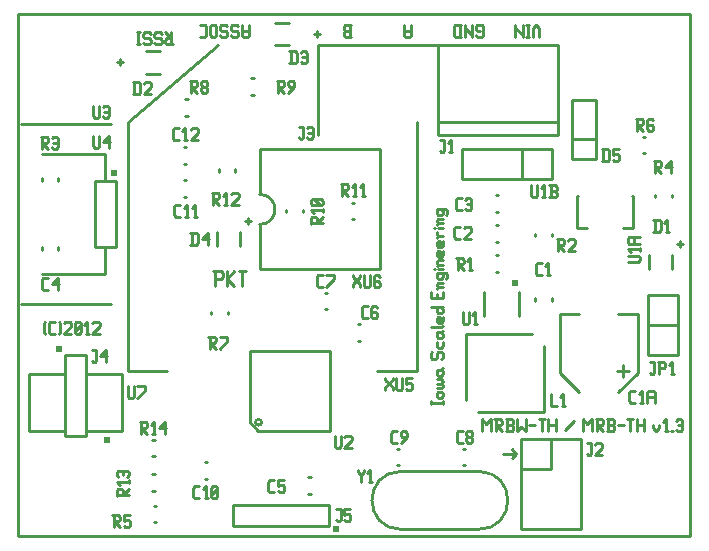
<source format=gbr>
G04 start of page 7 for group -4079 idx -4079 *
G04 Title: (unknown), topsilk *
G04 Creator: pcb 20110918 *
G04 CreationDate: Thu 28 Mar 2013 11:33:22 PM GMT UTC *
G04 For: railfan *
G04 Format: Gerber/RS-274X *
G04 PCB-Dimensions: 225000 175000 *
G04 PCB-Coordinate-Origin: lower left *
%MOIN*%
%FSLAX25Y25*%
%LNTOPSILK*%
%ADD104C,0.0100*%
%ADD103C,0.0001*%
G54D103*G36*
X29000Y33500D02*X31000D01*
Y31500D01*
X29000D01*
Y33500D01*
G37*
G36*
X31500Y122500D02*X33500D01*
Y120500D01*
X31500D01*
Y122500D01*
G37*
G36*
X13000Y64000D02*X15000D01*
Y62000D01*
X13000D01*
Y64000D01*
G37*
G36*
X105500Y4000D02*X107500D01*
Y2000D01*
X105500D01*
Y4000D01*
G37*
G36*
X165000Y86000D02*X167000D01*
Y84000D01*
X165000D01*
Y86000D01*
G37*
G54D104*X500Y174500D02*X224500D01*
X100000Y169000D02*Y167000D01*
X99000Y168000D02*X101000D01*
X224500Y500D02*X500D01*
X72000Y11000D02*X104000D01*
Y4000D01*
X72000D01*
Y11000D01*
X500Y500D02*Y174500D01*
X16000Y61000D02*Y34000D01*
X34500Y159500D02*Y157500D01*
X33500Y158500D02*X35500D01*
X77000Y106500D02*Y104500D01*
X33000Y119000D02*X26000D01*
X29500Y128000D02*Y119000D01*
X76000Y105500D02*X78000D01*
X166500Y28000D02*X165000Y29500D01*
X26000Y119000D02*Y97000D01*
X33000D01*
Y119000D01*
X29500Y88000D02*Y97000D01*
X16000Y34000D02*X23000D01*
Y61000D01*
X16000D01*
X224500Y174500D02*Y500D01*
X221000Y99000D02*Y97000D01*
X220000Y98000D02*X222000D01*
X166500Y28000D02*X165000Y26500D01*
X166500Y28000D02*X162000D01*
X131500Y171000D02*Y167500D01*
X131000Y167000D01*
X129500D02*X131000D01*
X129500D02*X129000Y167500D01*
Y171000D02*Y167500D01*
Y169000D02*X131500D01*
X109500Y171000D02*X111500D01*
X109500D02*X109000Y170500D01*
Y169500D01*
X109500Y169000D02*X109000Y169500D01*
X109500Y169000D02*X111000D01*
Y171000D02*Y167000D01*
X109500D02*X111500D01*
X109500D02*X109000Y167500D01*
Y168500D02*Y167500D01*
X109500Y169000D02*X109000Y168500D01*
X174000Y170000D02*Y167000D01*
Y170000D02*X173000Y171000D01*
X172000Y170000D01*
Y167000D01*
X169800D02*X170800D01*
X170300Y171000D02*Y167000D01*
X169800Y171000D02*X170800D01*
X168600D02*Y167000D01*
Y167500D02*Y167000D01*
Y167500D02*X166100Y170000D01*
Y171000D02*Y167000D01*
X153500D02*X153000Y167500D01*
X153500Y167000D02*X155000D01*
X155500Y167500D02*X155000Y167000D01*
X155500Y170500D02*Y167500D01*
Y170500D02*X155000Y171000D01*
X153500D02*X155000D01*
X153500D02*X153000Y170500D01*
Y169500D01*
X153500Y169000D02*X153000Y169500D01*
X153500Y169000D02*X154500D01*
X151800Y171000D02*Y167000D01*
Y167500D02*Y167000D01*
Y167500D02*X149300Y170000D01*
Y171000D02*Y167000D01*
X147600Y171000D02*Y167000D01*
X146100D02*X145600Y167500D01*
Y170500D02*Y167500D01*
X146100Y171000D02*X145600Y170500D01*
X146100Y171000D02*X148100D01*
X146100Y167000D02*X148100D01*
X9000Y68500D02*X9500Y68000D01*
X9000Y71500D02*X9500Y72000D01*
X9000Y71500D02*Y68500D01*
X11200Y68000D02*X12700D01*
X10700Y68500D02*X11200Y68000D01*
X10700Y71500D02*Y68500D01*
Y71500D02*X11200Y72000D01*
X12700D01*
X13900D02*X14400Y71500D01*
Y68500D01*
X13900Y68000D02*X14400Y68500D01*
X15600Y71500D02*X16100Y72000D01*
X17600D01*
X18100Y71500D01*
Y70500D01*
X15600Y68000D02*X18100Y70500D01*
X15600Y68000D02*X18100D01*
X19300Y68500D02*X19800Y68000D01*
X19300Y71500D02*Y68500D01*
Y71500D02*X19800Y72000D01*
X20800D01*
X21300Y71500D01*
Y68500D01*
X20800Y68000D02*X21300Y68500D01*
X19800Y68000D02*X20800D01*
X19300Y69000D02*X21300Y71000D01*
X23000Y68000D02*X24000D01*
X23500Y72000D02*Y68000D01*
X22500Y71000D02*X23500Y72000D01*
X25200Y71500D02*X25700Y72000D01*
X27200D01*
X27700Y71500D01*
Y70500D01*
X25200Y68000D02*X27700Y70500D01*
X25200Y68000D02*X27700D01*
X50000Y164500D02*X52000D01*
X50000D02*X49500Y165000D01*
Y166000D02*Y165000D01*
X50000Y166500D02*X49500Y166000D01*
X50000Y166500D02*X51500D01*
Y168500D02*Y164500D01*
Y166500D02*X49500Y168500D01*
X46300Y164500D02*X45800Y165000D01*
X46300Y164500D02*X47800D01*
X48300Y165000D02*X47800Y164500D01*
X48300Y166000D02*Y165000D01*
Y166000D02*X47800Y166500D01*
X46300D02*X47800D01*
X46300D02*X45800Y167000D01*
Y168000D02*Y167000D01*
X46300Y168500D02*X45800Y168000D01*
X46300Y168500D02*X47800D01*
X48300Y168000D02*X47800Y168500D01*
X42600Y164500D02*X42100Y165000D01*
X42600Y164500D02*X44100D01*
X44600Y165000D02*X44100Y164500D01*
X44600Y166000D02*Y165000D01*
Y166000D02*X44100Y166500D01*
X42600D02*X44100D01*
X42600D02*X42100Y167000D01*
Y168000D02*Y167000D01*
X42600Y168500D02*X42100Y168000D01*
X42600Y168500D02*X44100D01*
X44600Y168000D02*X44100Y168500D01*
X39900Y164500D02*X40900D01*
X40400Y168500D02*Y164500D01*
X39900Y168500D02*X40900D01*
X66110Y88866D02*Y83986D01*
X65500Y88866D02*X67940D01*
X68550Y88256D01*
Y87036D01*
X67940Y86426D02*X68550Y87036D01*
X66110Y86426D02*X67940D01*
X70014Y88866D02*Y83986D01*
Y86426D02*X72454Y88866D01*
X70014Y86426D02*X72454Y83986D01*
X73918Y88866D02*X76358D01*
X75138D02*Y83986D01*
X77500Y171000D02*Y167500D01*
X77000Y167000D01*
X75500D02*X77000D01*
X75500D02*X75000Y167500D01*
Y171000D02*Y167500D01*
Y169000D02*X77500D01*
X71800Y167000D02*X71300Y167500D01*
X71800Y167000D02*X73300D01*
X73800Y167500D02*X73300Y167000D01*
X73800Y168500D02*Y167500D01*
Y168500D02*X73300Y169000D01*
X71800D02*X73300D01*
X71800D02*X71300Y169500D01*
Y170500D02*Y169500D01*
X71800Y171000D02*X71300Y170500D01*
X71800Y171000D02*X73300D01*
X73800Y170500D02*X73300Y171000D01*
X68100Y167000D02*X67600Y167500D01*
X68100Y167000D02*X69600D01*
X70100Y167500D02*X69600Y167000D01*
X70100Y168500D02*Y167500D01*
Y168500D02*X69600Y169000D01*
X68100D02*X69600D01*
X68100D02*X67600Y169500D01*
Y170500D02*Y169500D01*
X68100Y171000D02*X67600Y170500D01*
X68100Y171000D02*X69600D01*
X70100Y170500D02*X69600Y171000D01*
X66400Y170500D02*Y167500D01*
X65900Y167000D01*
X64900D02*X65900D01*
X64900D02*X64400Y167500D01*
Y170500D02*Y167500D01*
X64900Y171000D02*X64400Y170500D01*
X64900Y171000D02*X65900D01*
X66400Y170500D02*X65900Y171000D01*
X61200D02*X62700D01*
X63200Y170500D02*X62700Y171000D01*
X63200Y170500D02*Y167500D01*
X62700Y167000D01*
X61200D02*X62700D01*
X138000Y45500D02*Y44500D01*
Y45000D02*X142000D01*
Y45500D02*Y44500D01*
X140500Y46700D02*X141500D01*
X140500D02*X140000Y47200D01*
Y48200D02*Y47200D01*
Y48200D02*X140500Y48700D01*
X141500D01*
X142000Y48200D02*X141500Y48700D01*
X142000Y48200D02*Y47200D01*
X141500Y46700D02*X142000Y47200D01*
X140000Y49900D02*X141500D01*
X142000Y50400D01*
Y50900D02*Y50400D01*
Y50900D02*X141500Y51400D01*
X140000D02*X141500D01*
X142000Y51900D01*
Y52400D02*Y51900D01*
Y52400D02*X141500Y52900D01*
X140000D02*X141500D01*
X140000Y55600D02*X140500Y56100D01*
X140000Y55600D02*Y54600D01*
X140500Y54100D02*X140000Y54600D01*
X140500Y54100D02*X141500D01*
X142000Y54600D01*
X140000Y56100D02*X141500D01*
X142000Y56600D01*
Y55600D02*Y54600D01*
Y55600D02*X141500Y56100D01*
X138000Y61600D02*X138500Y62100D01*
X138000Y61600D02*Y60100D01*
X138500Y59600D02*X138000Y60100D01*
X138500Y59600D02*X139500D01*
X140000Y60100D01*
Y61600D02*Y60100D01*
Y61600D02*X140500Y62100D01*
X141500D01*
X142000Y61600D02*X141500Y62100D01*
X142000Y61600D02*Y60100D01*
X141500Y59600D02*X142000Y60100D01*
X140000Y65300D02*Y63800D01*
X140500Y63300D02*X140000Y63800D01*
X140500Y63300D02*X141500D01*
X142000Y63800D01*
Y65300D02*Y63800D01*
X140000Y68000D02*X140500Y68500D01*
X140000Y68000D02*Y67000D01*
X140500Y66500D02*X140000Y67000D01*
X140500Y66500D02*X141500D01*
X142000Y67000D01*
X140000Y68500D02*X141500D01*
X142000Y69000D01*
Y68000D02*Y67000D01*
Y68000D02*X141500Y68500D01*
X138000Y70200D02*X141500D01*
X142000Y70700D01*
Y73700D02*Y72200D01*
X141500Y71700D02*X142000Y72200D01*
X140500Y71700D02*X141500D01*
X140500D02*X140000Y72200D01*
Y73200D02*Y72200D01*
Y73200D02*X140500Y73700D01*
X141000D02*Y71700D01*
X140500Y73700D02*X141000D01*
X138000Y76900D02*X142000D01*
Y76400D02*X141500Y76900D01*
X142000Y76400D02*Y75400D01*
X141500Y74900D02*X142000Y75400D01*
X140500Y74900D02*X141500D01*
X140500D02*X140000Y75400D01*
Y76400D02*Y75400D01*
Y76400D02*X140500Y76900D01*
X140000Y81400D02*Y79900D01*
X142000Y81900D02*Y79900D01*
X138000D02*X142000D01*
X138000Y81900D02*Y79900D01*
X140500Y83600D02*X142000D01*
X140500D02*X140000Y84100D01*
Y84600D02*Y84100D01*
Y84600D02*X140500Y85100D01*
X142000D01*
X140000Y83100D02*X140500Y83600D01*
X140000Y87800D02*X140500Y88300D01*
X140000Y87800D02*Y86800D01*
X140500Y86300D02*X140000Y86800D01*
X140500Y86300D02*X141500D01*
X142000Y86800D01*
Y87800D02*Y86800D01*
Y87800D02*X141500Y88300D01*
X143000Y86300D02*X143500Y86800D01*
Y87800D02*Y86800D01*
Y87800D02*X143000Y88300D01*
X140000D02*X143000D01*
X139000Y89500D02*X139500D01*
X140500D02*X142000D01*
X140500Y91000D02*X142000D01*
X140500D02*X140000Y91500D01*
Y92000D02*Y91500D01*
Y92000D02*X140500Y92500D01*
X142000D01*
X140000Y90500D02*X140500Y91000D01*
X142000Y95700D02*Y94200D01*
X141500Y93700D02*X142000Y94200D01*
X140500Y93700D02*X141500D01*
X140500D02*X140000Y94200D01*
Y95200D02*Y94200D01*
Y95200D02*X140500Y95700D01*
X141000D02*Y93700D01*
X140500Y95700D02*X141000D01*
X142000Y98900D02*Y97400D01*
X141500Y96900D02*X142000Y97400D01*
X140500Y96900D02*X141500D01*
X140500D02*X140000Y97400D01*
Y98400D02*Y97400D01*
Y98400D02*X140500Y98900D01*
X141000D02*Y96900D01*
X140500Y98900D02*X141000D01*
X140500Y100600D02*X142000D01*
X140500D02*X140000Y101100D01*
Y102100D02*Y101100D01*
Y100100D02*X140500Y100600D01*
X139000Y103300D02*X139500D01*
X140500D02*X142000D01*
X140500Y104800D02*X142000D01*
X140500D02*X140000Y105300D01*
Y105800D02*Y105300D01*
Y105800D02*X140500Y106300D01*
X142000D01*
X140000Y104300D02*X140500Y104800D01*
X140000Y109000D02*X140500Y109500D01*
X140000Y109000D02*Y108000D01*
X140500Y107500D02*X140000Y108000D01*
X140500Y107500D02*X141500D01*
X142000Y108000D01*
Y109000D02*Y108000D01*
Y109000D02*X141500Y109500D01*
X143000Y107500D02*X143500Y108000D01*
Y109000D02*Y108000D01*
Y109000D02*X143000Y109500D01*
X140000D02*X143000D01*
X155000Y39500D02*Y35500D01*
Y39500D02*X156500Y38000D01*
X158000Y39500D01*
Y35500D01*
X159200Y39500D02*X161200D01*
X161700Y39000D01*
Y38000D01*
X161200Y37500D02*X161700Y38000D01*
X159700Y37500D02*X161200D01*
X159700Y39500D02*Y35500D01*
Y37500D02*X161700Y35500D01*
X162900D02*X164900D01*
X165400Y36000D01*
Y37000D02*Y36000D01*
X164900Y37500D02*X165400Y37000D01*
X163400Y37500D02*X164900D01*
X163400Y39500D02*Y35500D01*
X162900Y39500D02*X164900D01*
X165400Y39000D01*
Y38000D01*
X164900Y37500D02*X165400Y38000D01*
X166600Y39500D02*Y35500D01*
X168100Y37000D01*
X169600Y35500D01*
Y39500D02*Y35500D01*
X170800Y37500D02*X172800D01*
X174000Y39500D02*X176000D01*
X175000D02*Y35500D01*
X177200Y39500D02*Y35500D01*
X179700Y39500D02*Y35500D01*
X177200Y37500D02*X179700D01*
X182700Y36000D02*X185700Y39000D01*
X188700Y39500D02*Y35500D01*
Y39500D02*X190200Y38000D01*
X191700Y39500D01*
Y35500D01*
X192900Y39500D02*X194900D01*
X195400Y39000D01*
Y38000D01*
X194900Y37500D02*X195400Y38000D01*
X193400Y37500D02*X194900D01*
X193400Y39500D02*Y35500D01*
Y37500D02*X195400Y35500D01*
X196600D02*X198600D01*
X199100Y36000D01*
Y37000D02*Y36000D01*
X198600Y37500D02*X199100Y37000D01*
X197100Y37500D02*X198600D01*
X197100Y39500D02*Y35500D01*
X196600Y39500D02*X198600D01*
X199100Y39000D01*
Y38000D01*
X198600Y37500D02*X199100Y38000D01*
X200300Y37500D02*X202300D01*
X203500Y39500D02*X205500D01*
X204500D02*Y35500D01*
X206700Y39500D02*Y35500D01*
X209200Y39500D02*Y35500D01*
X206700Y37500D02*X209200D01*
X212200D02*Y36500D01*
X213200Y35500D01*
X214200Y36500D01*
Y37500D02*Y36500D01*
X215900Y35500D02*X216900D01*
X216400Y39500D02*Y35500D01*
X215400Y38500D02*X216400Y39500D01*
X218100Y35500D02*X218600D01*
X219800Y39000D02*X220300Y39500D01*
X221300D01*
X221800Y39000D01*
Y36000D01*
X221300Y35500D02*X221800Y36000D01*
X220300Y35500D02*X221300D01*
X219800Y36000D02*X220300Y35500D01*
Y37500D02*X221800D01*
X62607Y19745D02*X63393D01*
X62607Y25255D02*X63393D01*
X45607Y10755D02*X46393D01*
X45607Y5245D02*X46393D01*
X45107Y32755D02*X45893D01*
X45107Y27245D02*X45893D01*
X45107Y21255D02*X45893D01*
X45107Y15745D02*X45893D01*
X4000Y35500D02*X16000D01*
X23000D02*X35000D01*
X4000Y54500D02*Y35500D01*
Y54500D02*X16000D01*
X23000D02*X35000D01*
Y35500D01*
X1500Y138000D02*X31500D01*
X1500Y78000D02*X31500D01*
X13755Y119850D02*Y119064D01*
X8245Y119850D02*Y119064D01*
Y96893D02*Y96107D01*
X13755Y96893D02*Y96107D01*
X29500Y88000D02*X8500D01*
X29500Y128000D02*X8500D01*
X175543Y64000D02*Y42000D01*
X153543D02*X175543D01*
X149543Y68000D02*Y46000D01*
Y68000D02*X171543D01*
X126564Y24245D02*X127350D01*
X126564Y29755D02*X127350D01*
X148607D02*X149393D01*
X148607Y24245D02*X149393D01*
X128008Y2854D02*X153992D01*
X128008Y22146D02*X153992D01*
X128008D02*G75*G03X128008Y2854I0J-9646D01*G01*
X153992D02*G75*G03X153992Y22146I0J9646D01*G01*
X178000Y33000D02*Y23000D01*
X168000D02*X178000D01*
X168000Y33000D02*X188000D01*
Y3000D01*
X168000D02*X188000D01*
X168000Y33000D02*Y3000D01*
X111607Y106245D02*X112393D01*
X111607Y111755D02*X112393D01*
X81000Y129500D02*Y114500D01*
Y104500D02*Y89500D01*
Y129500D02*X121000D01*
Y89500D01*
X81000D02*X121000D01*
X81000Y104500D02*G75*G03X81000Y114500I0J5000D01*G01*
X80521Y35621D02*X77621Y38521D01*
X80521Y35621D02*X104379D01*
Y62379D02*Y35621D01*
X77621Y62379D02*X104379D01*
X77621D02*Y38521D01*
X80521Y37521D02*G75*G03X80521Y37521I0J1000D01*G01*
X102607Y76245D02*X103393D01*
X102607Y81755D02*X103393D01*
X113607Y65745D02*X114393D01*
X113607Y71255D02*X114393D01*
X97107Y20255D02*X97893D01*
X97107Y14745D02*X97893D01*
X172788Y79893D02*Y79107D01*
X178298Y79893D02*Y79107D01*
X167441Y81937D02*Y74063D01*
X155629Y81937D02*Y74063D01*
X172788Y101393D02*Y100607D01*
X178298Y101393D02*Y100607D01*
X168500Y119500D02*X178500D01*
X168500Y129500D02*Y119500D01*
X178500Y129500D02*Y119500D01*
X148500D02*X178500D01*
X148500Y129500D02*Y119500D01*
Y129500D02*X178500D01*
X140500Y164300D02*Y134300D01*
X180500Y164300D02*Y134300D01*
X140500Y138700D02*X180500D01*
X140500Y134300D02*X180500D01*
X140500Y164300D02*X180500D01*
X185000Y133000D02*X193000D01*
X185000Y145900D02*X193000D01*
X185000Y126200D02*X193000D01*
X185000Y145900D02*Y126200D01*
X193000Y145900D02*Y126200D01*
X220500Y71000D02*Y81000D01*
X210500Y71000D02*X220500D01*
Y81000D02*X210500D01*
X220500Y61000D02*Y81000D01*
X210500Y61000D02*X220500D01*
X210500Y81000D02*Y61000D01*
X218240Y94362D02*Y89638D01*
X210760Y94362D02*Y89638D01*
X202000Y57500D02*Y53500D01*
X200000Y55500D02*X204000D01*
X206992Y55004D02*X200496Y48508D01*
X181008Y55004D02*X187504Y48508D01*
X206992Y74492D02*Y55004D01*
X181008Y74492D02*Y55004D01*
Y74492D02*X187504D01*
X200496D02*X206992D01*
X159650Y114255D02*X160436D01*
X159650Y108745D02*X160436D01*
X159607Y104255D02*X160393D01*
X159607Y98745D02*X160393D01*
X159650Y88745D02*X160436D01*
X159650Y94255D02*X160436D01*
X100500Y164300D02*X140500D01*
Y134300D01*
X100500Y164300D02*Y134300D01*
X218255Y114393D02*Y113607D01*
X212745Y114393D02*Y113607D01*
X186750Y113901D02*X186929D01*
X205071D02*X205250D01*
X186750Y103271D02*X190000D01*
X202000D02*X205250D01*
X186750Y113901D02*Y103271D01*
X205250Y113901D02*Y103271D01*
X208607Y133755D02*X209393D01*
X208607Y128245D02*X209393D01*
X70298Y75393D02*Y74607D01*
X64788Y75393D02*Y74607D01*
X66760Y101862D02*Y97138D01*
X74240Y101862D02*Y97138D01*
X56107Y140745D02*X56893D01*
X56107Y146255D02*X56893D01*
X72755Y122893D02*Y122107D01*
X67245Y122893D02*Y122107D01*
X86138Y171740D02*X90862D01*
X86138Y164260D02*X90862D01*
X43138Y154760D02*X47862D01*
X43138Y162240D02*X47862D01*
X55564Y130255D02*X56350D01*
X55564Y124745D02*X56350D01*
X78107Y153255D02*X78893D01*
X78107Y147745D02*X78893D01*
X55564Y119255D02*X56350D01*
X55564Y113745D02*X56350D01*
X95255Y109350D02*Y108564D01*
X89745Y109350D02*Y108564D01*
X36886Y138457D02*Y55465D01*
X133500Y138457D02*Y55465D01*
X36886D02*X50193D01*
X120193D02*X133500D01*
X36886Y138457D02*X67083Y164166D01*
X63850Y67107D02*X65850D01*
X66350Y66607D01*
Y65607D01*
X65850Y65107D02*X66350Y65607D01*
X64350Y65107D02*X65850D01*
X64350Y67107D02*Y63107D01*
Y65107D02*X66350Y63107D01*
X67550D02*X70050Y65607D01*
Y67107D02*Y65607D01*
X67550Y67107D02*X70050D01*
X8850Y82650D02*X10350D01*
X8350Y83150D02*X8850Y82650D01*
X8350Y86150D02*Y83150D01*
Y86150D02*X8850Y86650D01*
X10350D01*
X11550Y84650D02*X13550Y86650D01*
X11550Y84650D02*X14050D01*
X13550Y86650D02*Y82650D01*
X58350Y101650D02*Y97650D01*
X59850Y101650D02*X60350Y101150D01*
Y98150D01*
X59850Y97650D02*X60350Y98150D01*
X57850Y97650D02*X59850D01*
X57850Y101650D02*X59850D01*
X61550Y99650D02*X63550Y101650D01*
X61550Y99650D02*X64050D01*
X63550Y101650D02*Y97650D01*
X25000Y62500D02*X26500D01*
Y59000D01*
X26000Y58500D02*X26500Y59000D01*
X25500Y58500D02*X26000D01*
X25000Y59000D02*X25500Y58500D01*
X27700Y60500D02*X29700Y62500D01*
X27700Y60500D02*X30200D01*
X29700Y62500D02*Y58500D01*
X31850Y7564D02*X33850D01*
X34350Y7064D01*
Y6064D01*
X33850Y5564D02*X34350Y6064D01*
X32350Y5564D02*X33850D01*
X32350Y7564D02*Y3564D01*
Y5564D02*X34350Y3564D01*
X35550Y7564D02*X37550D01*
X35550D02*Y5564D01*
X36050Y6064D01*
X37050D01*
X37550Y5564D01*
Y4064D01*
X37050Y3564D02*X37550Y4064D01*
X36050Y3564D02*X37050D01*
X35550Y4064D02*X36050Y3564D01*
X33350Y15936D02*Y13936D01*
Y15936D02*X33850Y16436D01*
X34850D01*
X35350Y15936D02*X34850Y16436D01*
X35350Y15936D02*Y14436D01*
X33350D02*X37350D01*
X35350D02*X37350Y16436D01*
Y19136D02*Y18136D01*
X33350Y18636D02*X37350D01*
X34350Y17636D02*X33350Y18636D01*
X33850Y20336D02*X33350Y20836D01*
Y21836D02*Y20836D01*
Y21836D02*X33850Y22336D01*
X36850D01*
X37350Y21836D02*X36850Y22336D01*
X37350Y21836D02*Y20836D01*
X36850Y20336D02*X37350Y20836D01*
X35350Y22336D02*Y20836D01*
X59350Y13150D02*X60850D01*
X58850Y13650D02*X59350Y13150D01*
X58850Y16650D02*Y13650D01*
Y16650D02*X59350Y17150D01*
X60850D01*
X62550Y13150D02*X63550D01*
X63050Y17150D02*Y13150D01*
X62050Y16150D02*X63050Y17150D01*
X64750Y13650D02*X65250Y13150D01*
X64750Y16650D02*Y13650D01*
Y16650D02*X65250Y17150D01*
X66250D01*
X66750Y16650D01*
Y13650D01*
X66250Y13150D02*X66750Y13650D01*
X65250Y13150D02*X66250D01*
X64750Y14150D02*X66750Y16150D01*
X84350Y15150D02*X85850D01*
X83850Y15650D02*X84350Y15150D01*
X83850Y18650D02*Y15650D01*
Y18650D02*X84350Y19150D01*
X85850D01*
X87050D02*X89050D01*
X87050D02*Y17150D01*
X87550Y17650D01*
X88550D01*
X89050Y17150D01*
Y15650D01*
X88550Y15150D02*X89050Y15650D01*
X87550Y15150D02*X88550D01*
X87050Y15650D02*X87550Y15150D01*
X37000Y50500D02*Y47000D01*
X37500Y46500D01*
X38500D01*
X39000Y47000D01*
Y50500D02*Y47000D01*
X40200Y46500D02*X42700Y49000D01*
Y50500D02*Y49000D01*
X40200Y50500D02*X42700D01*
X40893Y38650D02*X42893D01*
X43393Y38150D01*
Y37150D01*
X42893Y36650D02*X43393Y37150D01*
X41393Y36650D02*X42893D01*
X41393Y38650D02*Y34650D01*
Y36650D02*X43393Y34650D01*
X45093D02*X46093D01*
X45593Y38650D02*Y34650D01*
X44593Y37650D02*X45593Y38650D01*
X47293Y36650D02*X49293Y38650D01*
X47293Y36650D02*X49793D01*
X49293Y38650D02*Y34650D01*
X178000Y48043D02*Y44043D01*
X180000D01*
X181700D02*X182700D01*
X182200Y48043D02*Y44043D01*
X181200Y47043D02*X182200Y48043D01*
X125264Y31607D02*X126764D01*
X124764Y32107D02*X125264Y31607D01*
X124764Y35107D02*Y32107D01*
Y35107D02*X125264Y35607D01*
X126764D01*
X127964Y31607D02*X129964Y33607D01*
Y35107D02*Y33607D01*
X129464Y35607D02*X129964Y35107D01*
X128464Y35607D02*X129464D01*
X127964Y35107D02*X128464Y35607D01*
X127964Y35107D02*Y34107D01*
X128464Y33607D01*
X129964D01*
X147065Y31693D02*X148565D01*
X146565Y32193D02*X147065Y31693D01*
X146565Y35193D02*Y32193D01*
Y35193D02*X147065Y35693D01*
X148565D01*
X149765Y32193D02*X150265Y31693D01*
X149765Y33193D02*Y32193D01*
Y33193D02*X150265Y33693D01*
X151265D01*
X151765Y33193D01*
Y32193D01*
X151265Y31693D02*X151765Y32193D01*
X150265Y31693D02*X151265D01*
X149765Y34193D02*X150265Y33693D01*
X149765Y35193D02*Y34193D01*
Y35193D02*X150265Y35693D01*
X151265D01*
X151765Y35193D01*
Y34193D01*
X151265Y33693D02*X151765Y34193D01*
X122752Y53193D02*Y52693D01*
X125252Y50193D01*
Y49193D01*
X122752Y50193D02*Y49193D01*
Y50193D02*X125252Y52693D01*
Y53193D02*Y52693D01*
X126452Y53193D02*Y49693D01*
X126952Y49193D01*
X127952D01*
X128452Y49693D01*
Y53193D02*Y49693D01*
X129652Y53193D02*X131652D01*
X129652D02*Y51193D01*
X130152Y51693D01*
X131152D01*
X131652Y51193D01*
Y49693D01*
X131152Y49193D02*X131652Y49693D01*
X130152Y49193D02*X131152D01*
X129652Y49693D02*X130152Y49193D01*
X190000Y31500D02*X191500D01*
Y28000D01*
X191000Y27500D02*X191500Y28000D01*
X190500Y27500D02*X191000D01*
X190000Y28000D02*X190500Y27500D01*
X192700Y31000D02*X193200Y31500D01*
X194700D01*
X195200Y31000D01*
Y30000D01*
X192700Y27500D02*X195200Y30000D01*
X192700Y27500D02*X195200D01*
X204657Y45000D02*X206157D01*
X204157Y45500D02*X204657Y45000D01*
X204157Y48500D02*Y45500D01*
Y48500D02*X204657Y49000D01*
X206157D01*
X207857Y45000D02*X208857D01*
X208357Y49000D02*Y45000D01*
X207357Y48000D02*X208357Y49000D01*
X210057Y48500D02*Y45000D01*
Y48500D02*X210557Y49000D01*
X212057D01*
X212557Y48500D01*
Y45000D01*
X210057Y47000D02*X212557D01*
X112000Y87500D02*Y87000D01*
X114500Y84500D01*
Y83500D01*
X112000Y84500D02*Y83500D01*
Y84500D02*X114500Y87000D01*
Y87500D02*Y87000D01*
X115700Y87500D02*Y84000D01*
X116200Y83500D01*
X117200D01*
X117700Y84000D01*
Y87500D02*Y84000D01*
X120400Y87500D02*X120900Y87000D01*
X119400Y87500D02*X120400D01*
X118900Y87000D02*X119400Y87500D01*
X118900Y87000D02*Y84000D01*
X119400Y83500D01*
X120400Y85500D02*X120900Y85000D01*
X118900Y85500D02*X120400D01*
X119400Y83500D02*X120400D01*
X120900Y84000D01*
Y85000D02*Y84000D01*
X106000Y34000D02*Y30500D01*
X106500Y30000D01*
X107500D01*
X108000Y30500D01*
Y34000D02*Y30500D01*
X109200Y33500D02*X109700Y34000D01*
X111200D01*
X111700Y33500D01*
Y32500D01*
X109200Y30000D02*X111700Y32500D01*
X109200Y30000D02*X111700D01*
X113657Y22500D02*Y22000D01*
X114657Y21000D01*
X115657Y22000D01*
Y22500D02*Y22000D01*
X114657Y21000D02*Y18500D01*
X117357D02*X118357D01*
X117857Y22500D02*Y18500D01*
X116857Y21500D02*X117857Y22500D01*
X115436Y73150D02*X116936D01*
X114936Y73650D02*X115436Y73150D01*
X114936Y76650D02*Y73650D01*
Y76650D02*X115436Y77150D01*
X116936D01*
X119636D02*X120136Y76650D01*
X118636Y77150D02*X119636D01*
X118136Y76650D02*X118636Y77150D01*
X118136Y76650D02*Y73650D01*
X118636Y73150D01*
X119636Y75150D02*X120136Y74650D01*
X118136Y75150D02*X119636D01*
X118636Y73150D02*X119636D01*
X120136Y73650D01*
Y74650D02*Y73650D01*
X148611Y75220D02*Y71720D01*
X149111Y71220D01*
X150111D01*
X150611Y71720D01*
Y75220D02*Y71720D01*
X152311Y71220D02*X153311D01*
X152811Y75220D02*Y71220D01*
X151811Y74220D02*X152811Y75220D01*
X100479Y83650D02*X101979D01*
X99979Y84150D02*X100479Y83650D01*
X99979Y87150D02*Y84150D01*
Y87150D02*X100479Y87650D01*
X101979D01*
X103179Y83650D02*X105679Y86150D01*
Y87650D02*Y86150D01*
X103179Y87650D02*X105679D01*
X106500Y9500D02*X108000D01*
Y6000D01*
X107500Y5500D02*X108000Y6000D01*
X107000Y5500D02*X107500D01*
X106500Y6000D02*X107000Y5500D01*
X109200Y9500D02*X111200D01*
X109200D02*Y7500D01*
X109700Y8000D01*
X110700D01*
X111200Y7500D01*
Y6000D01*
X110700Y5500D02*X111200Y6000D01*
X109700Y5500D02*X110700D01*
X109200Y6000D02*X109700Y5500D01*
X171500Y117500D02*Y114000D01*
X172000Y113500D01*
X173000D01*
X173500Y114000D01*
Y117500D02*Y114000D01*
X175200Y113500D02*X176200D01*
X175700Y117500D02*Y113500D01*
X174700Y116500D02*X175700Y117500D01*
X177400Y113500D02*X179400D01*
X179900Y114000D01*
Y115000D02*Y114000D01*
X179400Y115500D02*X179900Y115000D01*
X177900Y115500D02*X179400D01*
X177900Y117500D02*Y113500D01*
X177400Y117500D02*X179400D01*
X179900Y117000D01*
Y116000D01*
X179400Y115500D02*X179900Y116000D01*
X195500Y129500D02*Y125500D01*
X197000Y129500D02*X197500Y129000D01*
Y126000D01*
X197000Y125500D02*X197500Y126000D01*
X195000Y125500D02*X197000D01*
X195000Y129500D02*X197000D01*
X198700D02*X200700D01*
X198700D02*Y127500D01*
X199200Y128000D01*
X200200D01*
X200700Y127500D01*
Y126000D01*
X200200Y125500D02*X200700Y126000D01*
X199200Y125500D02*X200200D01*
X198700Y126000D02*X199200Y125500D01*
X108000Y118000D02*X110000D01*
X110500Y117500D01*
Y116500D01*
X110000Y116000D02*X110500Y116500D01*
X108500Y116000D02*X110000D01*
X108500Y118000D02*Y114000D01*
Y116000D02*X110500Y114000D01*
X112200D02*X113200D01*
X112700Y118000D02*Y114000D01*
X111700Y117000D02*X112700Y118000D01*
X114900Y114000D02*X115900D01*
X115400Y118000D02*Y114000D01*
X114400Y117000D02*X115400Y118000D01*
X141000Y132500D02*X142500D01*
Y129000D01*
X142000Y128500D02*X142500Y129000D01*
X141500Y128500D02*X142000D01*
X141000Y129000D02*X141500Y128500D01*
X144200D02*X145200D01*
X144700Y132500D02*Y128500D01*
X143700Y131500D02*X144700Y132500D01*
X211000Y58500D02*X212500D01*
Y55000D01*
X212000Y54500D02*X212500Y55000D01*
X211500Y54500D02*X212000D01*
X211000Y55000D02*X211500Y54500D01*
X214200Y58500D02*Y54500D01*
X213700Y58500D02*X215700D01*
X216200Y58000D01*
Y57000D01*
X215700Y56500D02*X216200Y57000D01*
X214200Y56500D02*X215700D01*
X217900Y54500D02*X218900D01*
X218400Y58500D02*Y54500D01*
X217400Y57500D02*X218400Y58500D01*
X212565Y106055D02*Y102055D01*
X214065Y106055D02*X214565Y105555D01*
Y102555D01*
X214065Y102055D02*X214565Y102555D01*
X212065Y102055D02*X214065D01*
X212065Y106055D02*X214065D01*
X216265Y102055D02*X217265D01*
X216765Y106055D02*Y102055D01*
X215765Y105055D02*X216765Y106055D01*
X212255Y125607D02*X214255D01*
X214755Y125107D01*
Y124107D01*
X214255Y123607D02*X214755Y124107D01*
X212755Y123607D02*X214255D01*
X212755Y125607D02*Y121607D01*
Y123607D02*X214755Y121607D01*
X215955Y123607D02*X217955Y125607D01*
X215955Y123607D02*X218455D01*
X217955Y125607D02*Y121607D01*
X203558Y92010D02*X207058D01*
X207558Y92510D01*
Y93510D02*Y92510D01*
Y93510D02*X207058Y94010D01*
X203558D02*X207058D01*
X207558Y96710D02*Y95710D01*
X203558Y96210D02*X207558D01*
X204558Y95210D02*X203558Y96210D01*
X204058Y97910D02*X207558D01*
X204058D02*X203558Y98410D01*
Y99910D02*Y98410D01*
Y99910D02*X204058Y100410D01*
X207558D01*
X205558D02*Y97910D01*
X206350Y139650D02*X208350D01*
X208850Y139150D01*
Y138150D01*
X208350Y137650D02*X208850Y138150D01*
X206850Y137650D02*X208350D01*
X206850Y139650D02*Y135650D01*
Y137650D02*X208850Y135650D01*
X211550Y139650D02*X212050Y139150D01*
X210550Y139650D02*X211550D01*
X210050Y139150D02*X210550Y139650D01*
X210050Y139150D02*Y136150D01*
X210550Y135650D01*
X211550Y137650D02*X212050Y137150D01*
X210050Y137650D02*X211550D01*
X210550Y135650D02*X211550D01*
X212050Y136150D01*
Y137150D02*Y136150D01*
X146807Y109193D02*X148307D01*
X146307Y109693D02*X146807Y109193D01*
X146307Y112693D02*Y109693D01*
Y112693D02*X146807Y113193D01*
X148307D01*
X149507Y112693D02*X150007Y113193D01*
X151007D01*
X151507Y112693D01*
Y109693D01*
X151007Y109193D02*X151507Y109693D01*
X150007Y109193D02*X151007D01*
X149507Y109693D02*X150007Y109193D01*
Y111193D02*X151507D01*
X146307Y99693D02*X147807D01*
X145807Y100193D02*X146307Y99693D01*
X145807Y103193D02*Y100193D01*
Y103193D02*X146307Y103693D01*
X147807D01*
X149007Y103193D02*X149507Y103693D01*
X151007D01*
X151507Y103193D01*
Y102193D01*
X149007Y99693D02*X151507Y102193D01*
X149007Y99693D02*X151507D01*
X146393Y93193D02*X148393D01*
X148893Y92693D01*
Y91693D01*
X148393Y91193D02*X148893Y91693D01*
X146893Y91193D02*X148393D01*
X146893Y93193D02*Y89193D01*
Y91193D02*X148893Y89193D01*
X150593D02*X151593D01*
X151093Y93193D02*Y89193D01*
X150093Y92193D02*X151093Y93193D01*
X173500Y87500D02*X175000D01*
X173000Y88000D02*X173500Y87500D01*
X173000Y91000D02*Y88000D01*
Y91000D02*X173500Y91500D01*
X175000D01*
X176700Y87500D02*X177700D01*
X177200Y91500D02*Y87500D01*
X176200Y90500D02*X177200Y91500D01*
X180000Y99500D02*X182000D01*
X182500Y99000D01*
Y98000D01*
X182000Y97500D02*X182500Y98000D01*
X180500Y97500D02*X182000D01*
X180500Y99500D02*Y95500D01*
Y97500D02*X182500Y95500D01*
X183700Y99000D02*X184200Y99500D01*
X185700D01*
X186200Y99000D01*
Y98000D01*
X183700Y95500D02*X186200Y98000D01*
X183700Y95500D02*X186200D01*
X25500Y144000D02*Y140500D01*
X26000Y140000D01*
X27000D01*
X27500Y140500D01*
Y144000D02*Y140500D01*
X28700Y143500D02*X29200Y144000D01*
X30200D01*
X30700Y143500D01*
Y140500D01*
X30200Y140000D02*X30700Y140500D01*
X29200Y140000D02*X30200D01*
X28700Y140500D02*X29200Y140000D01*
Y142000D02*X30700D01*
X7893Y133650D02*X9893D01*
X10393Y133150D01*
Y132150D01*
X9893Y131650D02*X10393Y132150D01*
X8393Y131650D02*X9893D01*
X8393Y133650D02*Y129650D01*
Y131650D02*X10393Y129650D01*
X11593Y133150D02*X12093Y133650D01*
X13093D01*
X13593Y133150D01*
Y130150D01*
X13093Y129650D02*X13593Y130150D01*
X12093Y129650D02*X13093D01*
X11593Y130150D02*X12093Y129650D01*
Y131650D02*X13593D01*
X25500Y134000D02*Y130500D01*
X26000Y130000D01*
X27000D01*
X27500Y130500D01*
Y134000D02*Y130500D01*
X28700Y132000D02*X30700Y134000D01*
X28700Y132000D02*X31200D01*
X30700Y134000D02*Y130000D01*
X39157Y151902D02*Y147902D01*
X40657Y151902D02*X41157Y151402D01*
Y148402D01*
X40657Y147902D02*X41157Y148402D01*
X38657Y147902D02*X40657D01*
X38657Y151902D02*X40657D01*
X42357Y151402D02*X42857Y151902D01*
X44357D01*
X44857Y151402D01*
Y150402D01*
X42357Y147902D02*X44857Y150402D01*
X42357Y147902D02*X44857D01*
X57700Y152402D02*X59700D01*
X60200Y151902D01*
Y150902D01*
X59700Y150402D02*X60200Y150902D01*
X58200Y150402D02*X59700D01*
X58200Y152402D02*Y148402D01*
Y150402D02*X60200Y148402D01*
X61400Y148902D02*X61900Y148402D01*
X61400Y149902D02*Y148902D01*
Y149902D02*X61900Y150402D01*
X62900D01*
X63400Y149902D01*
Y148902D01*
X62900Y148402D02*X63400Y148902D01*
X61900Y148402D02*X62900D01*
X61400Y150902D02*X61900Y150402D01*
X61400Y151902D02*Y150902D01*
Y151902D02*X61900Y152402D01*
X62900D01*
X63400Y151902D01*
Y150902D01*
X62900Y150402D02*X63400Y150902D01*
X53000Y107000D02*X54500D01*
X52500Y107500D02*X53000Y107000D01*
X52500Y110500D02*Y107500D01*
Y110500D02*X53000Y111000D01*
X54500D01*
X56200Y107000D02*X57200D01*
X56700Y111000D02*Y107000D01*
X55700Y110000D02*X56700Y111000D01*
X58900Y107000D02*X59900D01*
X59400Y111000D02*Y107000D01*
X58400Y110000D02*X59400Y111000D01*
X52500Y132500D02*X54000D01*
X52000Y133000D02*X52500Y132500D01*
X52000Y136000D02*Y133000D01*
Y136000D02*X52500Y136500D01*
X54000D01*
X55700Y132500D02*X56700D01*
X56200Y136500D02*Y132500D01*
X55200Y135500D02*X56200Y136500D01*
X57900Y136000D02*X58400Y136500D01*
X59900D01*
X60400Y136000D01*
Y135000D01*
X57900Y132500D02*X60400Y135000D01*
X57900Y132500D02*X60400D01*
X91350Y162150D02*Y158150D01*
X92850Y162150D02*X93350Y161650D01*
Y158650D01*
X92850Y158150D02*X93350Y158650D01*
X90850Y158150D02*X92850D01*
X90850Y162150D02*X92850D01*
X94550Y161650D02*X95050Y162150D01*
X96050D01*
X96550Y161650D01*
Y158650D01*
X96050Y158150D02*X96550Y158650D01*
X95050Y158150D02*X96050D01*
X94550Y158650D02*X95050Y158150D01*
Y160150D02*X96550D01*
X65000Y115000D02*X67000D01*
X67500Y114500D01*
Y113500D01*
X67000Y113000D02*X67500Y113500D01*
X65500Y113000D02*X67000D01*
X65500Y115000D02*Y111000D01*
Y113000D02*X67500Y111000D01*
X69200D02*X70200D01*
X69700Y115000D02*Y111000D01*
X68700Y114000D02*X69700Y115000D01*
X71400Y114500D02*X71900Y115000D01*
X73400D01*
X73900Y114500D01*
Y113500D01*
X71400Y111000D02*X73900Y113500D01*
X71400Y111000D02*X73900D01*
X98000Y106500D02*Y104500D01*
Y106500D02*X98500Y107000D01*
X99500D01*
X100000Y106500D02*X99500Y107000D01*
X100000Y106500D02*Y105000D01*
X98000D02*X102000D01*
X100000D02*X102000Y107000D01*
Y109700D02*Y108700D01*
X98000Y109200D02*X102000D01*
X99000Y108200D02*X98000Y109200D01*
X101500Y110900D02*X102000Y111400D01*
X98500Y110900D02*X101500D01*
X98500D02*X98000Y111400D01*
Y112400D02*Y111400D01*
Y112400D02*X98500Y112900D01*
X101500D01*
X102000Y112400D02*X101500Y112900D01*
X102000Y112400D02*Y111400D01*
X101000Y110900D02*X99000Y112900D01*
X94000Y137000D02*X95500D01*
Y133500D01*
X95000Y133000D02*X95500Y133500D01*
X94500Y133000D02*X95000D01*
X94000Y133500D02*X94500Y133000D01*
X96700Y136500D02*X97200Y137000D01*
X98200D01*
X98700Y136500D01*
Y133500D01*
X98200Y133000D02*X98700Y133500D01*
X97200Y133000D02*X98200D01*
X96700Y133500D02*X97200Y133000D01*
Y135000D02*X98700D01*
X86700Y152402D02*X88700D01*
X89200Y151902D01*
Y150902D01*
X88700Y150402D02*X89200Y150902D01*
X87200Y150402D02*X88700D01*
X87200Y152402D02*Y148402D01*
Y150402D02*X89200Y148402D01*
X90400D02*X92400Y150402D01*
Y151902D02*Y150402D01*
X91900Y152402D02*X92400Y151902D01*
X90900Y152402D02*X91900D01*
X90400Y151902D02*X90900Y152402D01*
X90400Y151902D02*Y150902D01*
X90900Y150402D01*
X92400D01*
M02*

</source>
